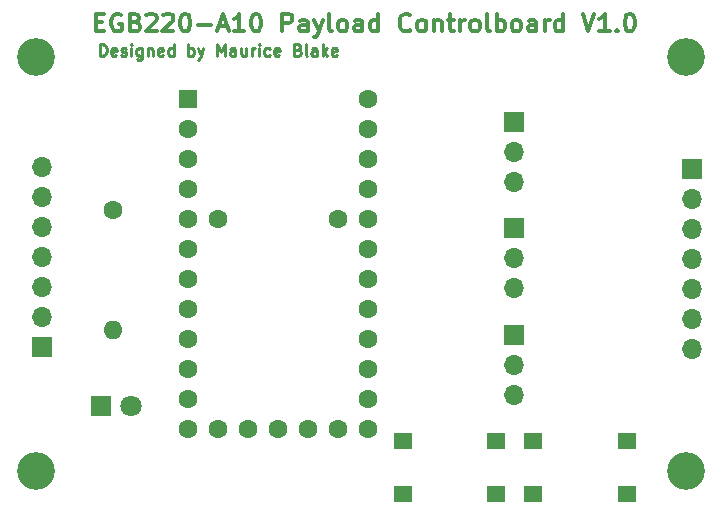
<source format=gbr>
%TF.GenerationSoftware,KiCad,Pcbnew,9.0.1*%
%TF.CreationDate,2025-05-04T20:41:54+10:00*%
%TF.ProjectId,payload_controlboard,7061796c-6f61-4645-9f63-6f6e74726f6c,rev?*%
%TF.SameCoordinates,Original*%
%TF.FileFunction,Soldermask,Top*%
%TF.FilePolarity,Negative*%
%FSLAX46Y46*%
G04 Gerber Fmt 4.6, Leading zero omitted, Abs format (unit mm)*
G04 Created by KiCad (PCBNEW 9.0.1) date 2025-05-04 20:41:54*
%MOMM*%
%LPD*%
G01*
G04 APERTURE LIST*
%ADD10C,0.250000*%
%ADD11C,0.300000*%
%ADD12R,1.700000X1.700000*%
%ADD13O,1.700000X1.700000*%
%ADD14C,3.200000*%
%ADD15C,1.600000*%
%ADD16O,1.600000X1.600000*%
%ADD17R,1.549908X1.400048*%
%ADD18R,1.800000X1.800000*%
%ADD19C,1.800000*%
%ADD20R,1.600000X1.600000*%
G04 APERTURE END LIST*
D10*
X112402568Y-77864619D02*
X112402568Y-76864619D01*
X112402568Y-76864619D02*
X112640663Y-76864619D01*
X112640663Y-76864619D02*
X112783520Y-76912238D01*
X112783520Y-76912238D02*
X112878758Y-77007476D01*
X112878758Y-77007476D02*
X112926377Y-77102714D01*
X112926377Y-77102714D02*
X112973996Y-77293190D01*
X112973996Y-77293190D02*
X112973996Y-77436047D01*
X112973996Y-77436047D02*
X112926377Y-77626523D01*
X112926377Y-77626523D02*
X112878758Y-77721761D01*
X112878758Y-77721761D02*
X112783520Y-77817000D01*
X112783520Y-77817000D02*
X112640663Y-77864619D01*
X112640663Y-77864619D02*
X112402568Y-77864619D01*
X113783520Y-77817000D02*
X113688282Y-77864619D01*
X113688282Y-77864619D02*
X113497806Y-77864619D01*
X113497806Y-77864619D02*
X113402568Y-77817000D01*
X113402568Y-77817000D02*
X113354949Y-77721761D01*
X113354949Y-77721761D02*
X113354949Y-77340809D01*
X113354949Y-77340809D02*
X113402568Y-77245571D01*
X113402568Y-77245571D02*
X113497806Y-77197952D01*
X113497806Y-77197952D02*
X113688282Y-77197952D01*
X113688282Y-77197952D02*
X113783520Y-77245571D01*
X113783520Y-77245571D02*
X113831139Y-77340809D01*
X113831139Y-77340809D02*
X113831139Y-77436047D01*
X113831139Y-77436047D02*
X113354949Y-77531285D01*
X114212092Y-77817000D02*
X114307330Y-77864619D01*
X114307330Y-77864619D02*
X114497806Y-77864619D01*
X114497806Y-77864619D02*
X114593044Y-77817000D01*
X114593044Y-77817000D02*
X114640663Y-77721761D01*
X114640663Y-77721761D02*
X114640663Y-77674142D01*
X114640663Y-77674142D02*
X114593044Y-77578904D01*
X114593044Y-77578904D02*
X114497806Y-77531285D01*
X114497806Y-77531285D02*
X114354949Y-77531285D01*
X114354949Y-77531285D02*
X114259711Y-77483666D01*
X114259711Y-77483666D02*
X114212092Y-77388428D01*
X114212092Y-77388428D02*
X114212092Y-77340809D01*
X114212092Y-77340809D02*
X114259711Y-77245571D01*
X114259711Y-77245571D02*
X114354949Y-77197952D01*
X114354949Y-77197952D02*
X114497806Y-77197952D01*
X114497806Y-77197952D02*
X114593044Y-77245571D01*
X115069235Y-77864619D02*
X115069235Y-77197952D01*
X115069235Y-76864619D02*
X115021616Y-76912238D01*
X115021616Y-76912238D02*
X115069235Y-76959857D01*
X115069235Y-76959857D02*
X115116854Y-76912238D01*
X115116854Y-76912238D02*
X115069235Y-76864619D01*
X115069235Y-76864619D02*
X115069235Y-76959857D01*
X115973996Y-77197952D02*
X115973996Y-78007476D01*
X115973996Y-78007476D02*
X115926377Y-78102714D01*
X115926377Y-78102714D02*
X115878758Y-78150333D01*
X115878758Y-78150333D02*
X115783520Y-78197952D01*
X115783520Y-78197952D02*
X115640663Y-78197952D01*
X115640663Y-78197952D02*
X115545425Y-78150333D01*
X115973996Y-77817000D02*
X115878758Y-77864619D01*
X115878758Y-77864619D02*
X115688282Y-77864619D01*
X115688282Y-77864619D02*
X115593044Y-77817000D01*
X115593044Y-77817000D02*
X115545425Y-77769380D01*
X115545425Y-77769380D02*
X115497806Y-77674142D01*
X115497806Y-77674142D02*
X115497806Y-77388428D01*
X115497806Y-77388428D02*
X115545425Y-77293190D01*
X115545425Y-77293190D02*
X115593044Y-77245571D01*
X115593044Y-77245571D02*
X115688282Y-77197952D01*
X115688282Y-77197952D02*
X115878758Y-77197952D01*
X115878758Y-77197952D02*
X115973996Y-77245571D01*
X116450187Y-77197952D02*
X116450187Y-77864619D01*
X116450187Y-77293190D02*
X116497806Y-77245571D01*
X116497806Y-77245571D02*
X116593044Y-77197952D01*
X116593044Y-77197952D02*
X116735901Y-77197952D01*
X116735901Y-77197952D02*
X116831139Y-77245571D01*
X116831139Y-77245571D02*
X116878758Y-77340809D01*
X116878758Y-77340809D02*
X116878758Y-77864619D01*
X117735901Y-77817000D02*
X117640663Y-77864619D01*
X117640663Y-77864619D02*
X117450187Y-77864619D01*
X117450187Y-77864619D02*
X117354949Y-77817000D01*
X117354949Y-77817000D02*
X117307330Y-77721761D01*
X117307330Y-77721761D02*
X117307330Y-77340809D01*
X117307330Y-77340809D02*
X117354949Y-77245571D01*
X117354949Y-77245571D02*
X117450187Y-77197952D01*
X117450187Y-77197952D02*
X117640663Y-77197952D01*
X117640663Y-77197952D02*
X117735901Y-77245571D01*
X117735901Y-77245571D02*
X117783520Y-77340809D01*
X117783520Y-77340809D02*
X117783520Y-77436047D01*
X117783520Y-77436047D02*
X117307330Y-77531285D01*
X118640663Y-77864619D02*
X118640663Y-76864619D01*
X118640663Y-77817000D02*
X118545425Y-77864619D01*
X118545425Y-77864619D02*
X118354949Y-77864619D01*
X118354949Y-77864619D02*
X118259711Y-77817000D01*
X118259711Y-77817000D02*
X118212092Y-77769380D01*
X118212092Y-77769380D02*
X118164473Y-77674142D01*
X118164473Y-77674142D02*
X118164473Y-77388428D01*
X118164473Y-77388428D02*
X118212092Y-77293190D01*
X118212092Y-77293190D02*
X118259711Y-77245571D01*
X118259711Y-77245571D02*
X118354949Y-77197952D01*
X118354949Y-77197952D02*
X118545425Y-77197952D01*
X118545425Y-77197952D02*
X118640663Y-77245571D01*
X119878759Y-77864619D02*
X119878759Y-76864619D01*
X119878759Y-77245571D02*
X119973997Y-77197952D01*
X119973997Y-77197952D02*
X120164473Y-77197952D01*
X120164473Y-77197952D02*
X120259711Y-77245571D01*
X120259711Y-77245571D02*
X120307330Y-77293190D01*
X120307330Y-77293190D02*
X120354949Y-77388428D01*
X120354949Y-77388428D02*
X120354949Y-77674142D01*
X120354949Y-77674142D02*
X120307330Y-77769380D01*
X120307330Y-77769380D02*
X120259711Y-77817000D01*
X120259711Y-77817000D02*
X120164473Y-77864619D01*
X120164473Y-77864619D02*
X119973997Y-77864619D01*
X119973997Y-77864619D02*
X119878759Y-77817000D01*
X120688283Y-77197952D02*
X120926378Y-77864619D01*
X121164473Y-77197952D02*
X120926378Y-77864619D01*
X120926378Y-77864619D02*
X120831140Y-78102714D01*
X120831140Y-78102714D02*
X120783521Y-78150333D01*
X120783521Y-78150333D02*
X120688283Y-78197952D01*
X122307331Y-77864619D02*
X122307331Y-76864619D01*
X122307331Y-76864619D02*
X122640664Y-77578904D01*
X122640664Y-77578904D02*
X122973997Y-76864619D01*
X122973997Y-76864619D02*
X122973997Y-77864619D01*
X123878759Y-77864619D02*
X123878759Y-77340809D01*
X123878759Y-77340809D02*
X123831140Y-77245571D01*
X123831140Y-77245571D02*
X123735902Y-77197952D01*
X123735902Y-77197952D02*
X123545426Y-77197952D01*
X123545426Y-77197952D02*
X123450188Y-77245571D01*
X123878759Y-77817000D02*
X123783521Y-77864619D01*
X123783521Y-77864619D02*
X123545426Y-77864619D01*
X123545426Y-77864619D02*
X123450188Y-77817000D01*
X123450188Y-77817000D02*
X123402569Y-77721761D01*
X123402569Y-77721761D02*
X123402569Y-77626523D01*
X123402569Y-77626523D02*
X123450188Y-77531285D01*
X123450188Y-77531285D02*
X123545426Y-77483666D01*
X123545426Y-77483666D02*
X123783521Y-77483666D01*
X123783521Y-77483666D02*
X123878759Y-77436047D01*
X124783521Y-77197952D02*
X124783521Y-77864619D01*
X124354950Y-77197952D02*
X124354950Y-77721761D01*
X124354950Y-77721761D02*
X124402569Y-77817000D01*
X124402569Y-77817000D02*
X124497807Y-77864619D01*
X124497807Y-77864619D02*
X124640664Y-77864619D01*
X124640664Y-77864619D02*
X124735902Y-77817000D01*
X124735902Y-77817000D02*
X124783521Y-77769380D01*
X125259712Y-77864619D02*
X125259712Y-77197952D01*
X125259712Y-77388428D02*
X125307331Y-77293190D01*
X125307331Y-77293190D02*
X125354950Y-77245571D01*
X125354950Y-77245571D02*
X125450188Y-77197952D01*
X125450188Y-77197952D02*
X125545426Y-77197952D01*
X125878760Y-77864619D02*
X125878760Y-77197952D01*
X125878760Y-76864619D02*
X125831141Y-76912238D01*
X125831141Y-76912238D02*
X125878760Y-76959857D01*
X125878760Y-76959857D02*
X125926379Y-76912238D01*
X125926379Y-76912238D02*
X125878760Y-76864619D01*
X125878760Y-76864619D02*
X125878760Y-76959857D01*
X126783521Y-77817000D02*
X126688283Y-77864619D01*
X126688283Y-77864619D02*
X126497807Y-77864619D01*
X126497807Y-77864619D02*
X126402569Y-77817000D01*
X126402569Y-77817000D02*
X126354950Y-77769380D01*
X126354950Y-77769380D02*
X126307331Y-77674142D01*
X126307331Y-77674142D02*
X126307331Y-77388428D01*
X126307331Y-77388428D02*
X126354950Y-77293190D01*
X126354950Y-77293190D02*
X126402569Y-77245571D01*
X126402569Y-77245571D02*
X126497807Y-77197952D01*
X126497807Y-77197952D02*
X126688283Y-77197952D01*
X126688283Y-77197952D02*
X126783521Y-77245571D01*
X127593045Y-77817000D02*
X127497807Y-77864619D01*
X127497807Y-77864619D02*
X127307331Y-77864619D01*
X127307331Y-77864619D02*
X127212093Y-77817000D01*
X127212093Y-77817000D02*
X127164474Y-77721761D01*
X127164474Y-77721761D02*
X127164474Y-77340809D01*
X127164474Y-77340809D02*
X127212093Y-77245571D01*
X127212093Y-77245571D02*
X127307331Y-77197952D01*
X127307331Y-77197952D02*
X127497807Y-77197952D01*
X127497807Y-77197952D02*
X127593045Y-77245571D01*
X127593045Y-77245571D02*
X127640664Y-77340809D01*
X127640664Y-77340809D02*
X127640664Y-77436047D01*
X127640664Y-77436047D02*
X127164474Y-77531285D01*
X129164474Y-77340809D02*
X129307331Y-77388428D01*
X129307331Y-77388428D02*
X129354950Y-77436047D01*
X129354950Y-77436047D02*
X129402569Y-77531285D01*
X129402569Y-77531285D02*
X129402569Y-77674142D01*
X129402569Y-77674142D02*
X129354950Y-77769380D01*
X129354950Y-77769380D02*
X129307331Y-77817000D01*
X129307331Y-77817000D02*
X129212093Y-77864619D01*
X129212093Y-77864619D02*
X128831141Y-77864619D01*
X128831141Y-77864619D02*
X128831141Y-76864619D01*
X128831141Y-76864619D02*
X129164474Y-76864619D01*
X129164474Y-76864619D02*
X129259712Y-76912238D01*
X129259712Y-76912238D02*
X129307331Y-76959857D01*
X129307331Y-76959857D02*
X129354950Y-77055095D01*
X129354950Y-77055095D02*
X129354950Y-77150333D01*
X129354950Y-77150333D02*
X129307331Y-77245571D01*
X129307331Y-77245571D02*
X129259712Y-77293190D01*
X129259712Y-77293190D02*
X129164474Y-77340809D01*
X129164474Y-77340809D02*
X128831141Y-77340809D01*
X129973998Y-77864619D02*
X129878760Y-77817000D01*
X129878760Y-77817000D02*
X129831141Y-77721761D01*
X129831141Y-77721761D02*
X129831141Y-76864619D01*
X130783522Y-77864619D02*
X130783522Y-77340809D01*
X130783522Y-77340809D02*
X130735903Y-77245571D01*
X130735903Y-77245571D02*
X130640665Y-77197952D01*
X130640665Y-77197952D02*
X130450189Y-77197952D01*
X130450189Y-77197952D02*
X130354951Y-77245571D01*
X130783522Y-77817000D02*
X130688284Y-77864619D01*
X130688284Y-77864619D02*
X130450189Y-77864619D01*
X130450189Y-77864619D02*
X130354951Y-77817000D01*
X130354951Y-77817000D02*
X130307332Y-77721761D01*
X130307332Y-77721761D02*
X130307332Y-77626523D01*
X130307332Y-77626523D02*
X130354951Y-77531285D01*
X130354951Y-77531285D02*
X130450189Y-77483666D01*
X130450189Y-77483666D02*
X130688284Y-77483666D01*
X130688284Y-77483666D02*
X130783522Y-77436047D01*
X131259713Y-77864619D02*
X131259713Y-76864619D01*
X131354951Y-77483666D02*
X131640665Y-77864619D01*
X131640665Y-77197952D02*
X131259713Y-77578904D01*
X132450189Y-77817000D02*
X132354951Y-77864619D01*
X132354951Y-77864619D02*
X132164475Y-77864619D01*
X132164475Y-77864619D02*
X132069237Y-77817000D01*
X132069237Y-77817000D02*
X132021618Y-77721761D01*
X132021618Y-77721761D02*
X132021618Y-77340809D01*
X132021618Y-77340809D02*
X132069237Y-77245571D01*
X132069237Y-77245571D02*
X132164475Y-77197952D01*
X132164475Y-77197952D02*
X132354951Y-77197952D01*
X132354951Y-77197952D02*
X132450189Y-77245571D01*
X132450189Y-77245571D02*
X132497808Y-77340809D01*
X132497808Y-77340809D02*
X132497808Y-77436047D01*
X132497808Y-77436047D02*
X132021618Y-77531285D01*
D11*
X112054510Y-75015114D02*
X112554510Y-75015114D01*
X112768796Y-75800828D02*
X112054510Y-75800828D01*
X112054510Y-75800828D02*
X112054510Y-74300828D01*
X112054510Y-74300828D02*
X112768796Y-74300828D01*
X114197368Y-74372257D02*
X114054511Y-74300828D01*
X114054511Y-74300828D02*
X113840225Y-74300828D01*
X113840225Y-74300828D02*
X113625939Y-74372257D01*
X113625939Y-74372257D02*
X113483082Y-74515114D01*
X113483082Y-74515114D02*
X113411653Y-74657971D01*
X113411653Y-74657971D02*
X113340225Y-74943685D01*
X113340225Y-74943685D02*
X113340225Y-75157971D01*
X113340225Y-75157971D02*
X113411653Y-75443685D01*
X113411653Y-75443685D02*
X113483082Y-75586542D01*
X113483082Y-75586542D02*
X113625939Y-75729400D01*
X113625939Y-75729400D02*
X113840225Y-75800828D01*
X113840225Y-75800828D02*
X113983082Y-75800828D01*
X113983082Y-75800828D02*
X114197368Y-75729400D01*
X114197368Y-75729400D02*
X114268796Y-75657971D01*
X114268796Y-75657971D02*
X114268796Y-75157971D01*
X114268796Y-75157971D02*
X113983082Y-75157971D01*
X115411653Y-75015114D02*
X115625939Y-75086542D01*
X115625939Y-75086542D02*
X115697368Y-75157971D01*
X115697368Y-75157971D02*
X115768796Y-75300828D01*
X115768796Y-75300828D02*
X115768796Y-75515114D01*
X115768796Y-75515114D02*
X115697368Y-75657971D01*
X115697368Y-75657971D02*
X115625939Y-75729400D01*
X115625939Y-75729400D02*
X115483082Y-75800828D01*
X115483082Y-75800828D02*
X114911653Y-75800828D01*
X114911653Y-75800828D02*
X114911653Y-74300828D01*
X114911653Y-74300828D02*
X115411653Y-74300828D01*
X115411653Y-74300828D02*
X115554511Y-74372257D01*
X115554511Y-74372257D02*
X115625939Y-74443685D01*
X115625939Y-74443685D02*
X115697368Y-74586542D01*
X115697368Y-74586542D02*
X115697368Y-74729400D01*
X115697368Y-74729400D02*
X115625939Y-74872257D01*
X115625939Y-74872257D02*
X115554511Y-74943685D01*
X115554511Y-74943685D02*
X115411653Y-75015114D01*
X115411653Y-75015114D02*
X114911653Y-75015114D01*
X116340225Y-74443685D02*
X116411653Y-74372257D01*
X116411653Y-74372257D02*
X116554511Y-74300828D01*
X116554511Y-74300828D02*
X116911653Y-74300828D01*
X116911653Y-74300828D02*
X117054511Y-74372257D01*
X117054511Y-74372257D02*
X117125939Y-74443685D01*
X117125939Y-74443685D02*
X117197368Y-74586542D01*
X117197368Y-74586542D02*
X117197368Y-74729400D01*
X117197368Y-74729400D02*
X117125939Y-74943685D01*
X117125939Y-74943685D02*
X116268796Y-75800828D01*
X116268796Y-75800828D02*
X117197368Y-75800828D01*
X117768796Y-74443685D02*
X117840224Y-74372257D01*
X117840224Y-74372257D02*
X117983082Y-74300828D01*
X117983082Y-74300828D02*
X118340224Y-74300828D01*
X118340224Y-74300828D02*
X118483082Y-74372257D01*
X118483082Y-74372257D02*
X118554510Y-74443685D01*
X118554510Y-74443685D02*
X118625939Y-74586542D01*
X118625939Y-74586542D02*
X118625939Y-74729400D01*
X118625939Y-74729400D02*
X118554510Y-74943685D01*
X118554510Y-74943685D02*
X117697367Y-75800828D01*
X117697367Y-75800828D02*
X118625939Y-75800828D01*
X119554510Y-74300828D02*
X119697367Y-74300828D01*
X119697367Y-74300828D02*
X119840224Y-74372257D01*
X119840224Y-74372257D02*
X119911653Y-74443685D01*
X119911653Y-74443685D02*
X119983081Y-74586542D01*
X119983081Y-74586542D02*
X120054510Y-74872257D01*
X120054510Y-74872257D02*
X120054510Y-75229400D01*
X120054510Y-75229400D02*
X119983081Y-75515114D01*
X119983081Y-75515114D02*
X119911653Y-75657971D01*
X119911653Y-75657971D02*
X119840224Y-75729400D01*
X119840224Y-75729400D02*
X119697367Y-75800828D01*
X119697367Y-75800828D02*
X119554510Y-75800828D01*
X119554510Y-75800828D02*
X119411653Y-75729400D01*
X119411653Y-75729400D02*
X119340224Y-75657971D01*
X119340224Y-75657971D02*
X119268795Y-75515114D01*
X119268795Y-75515114D02*
X119197367Y-75229400D01*
X119197367Y-75229400D02*
X119197367Y-74872257D01*
X119197367Y-74872257D02*
X119268795Y-74586542D01*
X119268795Y-74586542D02*
X119340224Y-74443685D01*
X119340224Y-74443685D02*
X119411653Y-74372257D01*
X119411653Y-74372257D02*
X119554510Y-74300828D01*
X120697366Y-75229400D02*
X121840224Y-75229400D01*
X122483081Y-75372257D02*
X123197367Y-75372257D01*
X122340224Y-75800828D02*
X122840224Y-74300828D01*
X122840224Y-74300828D02*
X123340224Y-75800828D01*
X124625938Y-75800828D02*
X123768795Y-75800828D01*
X124197366Y-75800828D02*
X124197366Y-74300828D01*
X124197366Y-74300828D02*
X124054509Y-74515114D01*
X124054509Y-74515114D02*
X123911652Y-74657971D01*
X123911652Y-74657971D02*
X123768795Y-74729400D01*
X125554509Y-74300828D02*
X125697366Y-74300828D01*
X125697366Y-74300828D02*
X125840223Y-74372257D01*
X125840223Y-74372257D02*
X125911652Y-74443685D01*
X125911652Y-74443685D02*
X125983080Y-74586542D01*
X125983080Y-74586542D02*
X126054509Y-74872257D01*
X126054509Y-74872257D02*
X126054509Y-75229400D01*
X126054509Y-75229400D02*
X125983080Y-75515114D01*
X125983080Y-75515114D02*
X125911652Y-75657971D01*
X125911652Y-75657971D02*
X125840223Y-75729400D01*
X125840223Y-75729400D02*
X125697366Y-75800828D01*
X125697366Y-75800828D02*
X125554509Y-75800828D01*
X125554509Y-75800828D02*
X125411652Y-75729400D01*
X125411652Y-75729400D02*
X125340223Y-75657971D01*
X125340223Y-75657971D02*
X125268794Y-75515114D01*
X125268794Y-75515114D02*
X125197366Y-75229400D01*
X125197366Y-75229400D02*
X125197366Y-74872257D01*
X125197366Y-74872257D02*
X125268794Y-74586542D01*
X125268794Y-74586542D02*
X125340223Y-74443685D01*
X125340223Y-74443685D02*
X125411652Y-74372257D01*
X125411652Y-74372257D02*
X125554509Y-74300828D01*
X127840222Y-75800828D02*
X127840222Y-74300828D01*
X127840222Y-74300828D02*
X128411651Y-74300828D01*
X128411651Y-74300828D02*
X128554508Y-74372257D01*
X128554508Y-74372257D02*
X128625937Y-74443685D01*
X128625937Y-74443685D02*
X128697365Y-74586542D01*
X128697365Y-74586542D02*
X128697365Y-74800828D01*
X128697365Y-74800828D02*
X128625937Y-74943685D01*
X128625937Y-74943685D02*
X128554508Y-75015114D01*
X128554508Y-75015114D02*
X128411651Y-75086542D01*
X128411651Y-75086542D02*
X127840222Y-75086542D01*
X129983080Y-75800828D02*
X129983080Y-75015114D01*
X129983080Y-75015114D02*
X129911651Y-74872257D01*
X129911651Y-74872257D02*
X129768794Y-74800828D01*
X129768794Y-74800828D02*
X129483080Y-74800828D01*
X129483080Y-74800828D02*
X129340222Y-74872257D01*
X129983080Y-75729400D02*
X129840222Y-75800828D01*
X129840222Y-75800828D02*
X129483080Y-75800828D01*
X129483080Y-75800828D02*
X129340222Y-75729400D01*
X129340222Y-75729400D02*
X129268794Y-75586542D01*
X129268794Y-75586542D02*
X129268794Y-75443685D01*
X129268794Y-75443685D02*
X129340222Y-75300828D01*
X129340222Y-75300828D02*
X129483080Y-75229400D01*
X129483080Y-75229400D02*
X129840222Y-75229400D01*
X129840222Y-75229400D02*
X129983080Y-75157971D01*
X130554508Y-74800828D02*
X130911651Y-75800828D01*
X131268794Y-74800828D02*
X130911651Y-75800828D01*
X130911651Y-75800828D02*
X130768794Y-76157971D01*
X130768794Y-76157971D02*
X130697365Y-76229400D01*
X130697365Y-76229400D02*
X130554508Y-76300828D01*
X132054508Y-75800828D02*
X131911651Y-75729400D01*
X131911651Y-75729400D02*
X131840222Y-75586542D01*
X131840222Y-75586542D02*
X131840222Y-74300828D01*
X132840222Y-75800828D02*
X132697365Y-75729400D01*
X132697365Y-75729400D02*
X132625936Y-75657971D01*
X132625936Y-75657971D02*
X132554508Y-75515114D01*
X132554508Y-75515114D02*
X132554508Y-75086542D01*
X132554508Y-75086542D02*
X132625936Y-74943685D01*
X132625936Y-74943685D02*
X132697365Y-74872257D01*
X132697365Y-74872257D02*
X132840222Y-74800828D01*
X132840222Y-74800828D02*
X133054508Y-74800828D01*
X133054508Y-74800828D02*
X133197365Y-74872257D01*
X133197365Y-74872257D02*
X133268794Y-74943685D01*
X133268794Y-74943685D02*
X133340222Y-75086542D01*
X133340222Y-75086542D02*
X133340222Y-75515114D01*
X133340222Y-75515114D02*
X133268794Y-75657971D01*
X133268794Y-75657971D02*
X133197365Y-75729400D01*
X133197365Y-75729400D02*
X133054508Y-75800828D01*
X133054508Y-75800828D02*
X132840222Y-75800828D01*
X134625937Y-75800828D02*
X134625937Y-75015114D01*
X134625937Y-75015114D02*
X134554508Y-74872257D01*
X134554508Y-74872257D02*
X134411651Y-74800828D01*
X134411651Y-74800828D02*
X134125937Y-74800828D01*
X134125937Y-74800828D02*
X133983079Y-74872257D01*
X134625937Y-75729400D02*
X134483079Y-75800828D01*
X134483079Y-75800828D02*
X134125937Y-75800828D01*
X134125937Y-75800828D02*
X133983079Y-75729400D01*
X133983079Y-75729400D02*
X133911651Y-75586542D01*
X133911651Y-75586542D02*
X133911651Y-75443685D01*
X133911651Y-75443685D02*
X133983079Y-75300828D01*
X133983079Y-75300828D02*
X134125937Y-75229400D01*
X134125937Y-75229400D02*
X134483079Y-75229400D01*
X134483079Y-75229400D02*
X134625937Y-75157971D01*
X135983080Y-75800828D02*
X135983080Y-74300828D01*
X135983080Y-75729400D02*
X135840222Y-75800828D01*
X135840222Y-75800828D02*
X135554508Y-75800828D01*
X135554508Y-75800828D02*
X135411651Y-75729400D01*
X135411651Y-75729400D02*
X135340222Y-75657971D01*
X135340222Y-75657971D02*
X135268794Y-75515114D01*
X135268794Y-75515114D02*
X135268794Y-75086542D01*
X135268794Y-75086542D02*
X135340222Y-74943685D01*
X135340222Y-74943685D02*
X135411651Y-74872257D01*
X135411651Y-74872257D02*
X135554508Y-74800828D01*
X135554508Y-74800828D02*
X135840222Y-74800828D01*
X135840222Y-74800828D02*
X135983080Y-74872257D01*
X138697365Y-75657971D02*
X138625937Y-75729400D01*
X138625937Y-75729400D02*
X138411651Y-75800828D01*
X138411651Y-75800828D02*
X138268794Y-75800828D01*
X138268794Y-75800828D02*
X138054508Y-75729400D01*
X138054508Y-75729400D02*
X137911651Y-75586542D01*
X137911651Y-75586542D02*
X137840222Y-75443685D01*
X137840222Y-75443685D02*
X137768794Y-75157971D01*
X137768794Y-75157971D02*
X137768794Y-74943685D01*
X137768794Y-74943685D02*
X137840222Y-74657971D01*
X137840222Y-74657971D02*
X137911651Y-74515114D01*
X137911651Y-74515114D02*
X138054508Y-74372257D01*
X138054508Y-74372257D02*
X138268794Y-74300828D01*
X138268794Y-74300828D02*
X138411651Y-74300828D01*
X138411651Y-74300828D02*
X138625937Y-74372257D01*
X138625937Y-74372257D02*
X138697365Y-74443685D01*
X139554508Y-75800828D02*
X139411651Y-75729400D01*
X139411651Y-75729400D02*
X139340222Y-75657971D01*
X139340222Y-75657971D02*
X139268794Y-75515114D01*
X139268794Y-75515114D02*
X139268794Y-75086542D01*
X139268794Y-75086542D02*
X139340222Y-74943685D01*
X139340222Y-74943685D02*
X139411651Y-74872257D01*
X139411651Y-74872257D02*
X139554508Y-74800828D01*
X139554508Y-74800828D02*
X139768794Y-74800828D01*
X139768794Y-74800828D02*
X139911651Y-74872257D01*
X139911651Y-74872257D02*
X139983080Y-74943685D01*
X139983080Y-74943685D02*
X140054508Y-75086542D01*
X140054508Y-75086542D02*
X140054508Y-75515114D01*
X140054508Y-75515114D02*
X139983080Y-75657971D01*
X139983080Y-75657971D02*
X139911651Y-75729400D01*
X139911651Y-75729400D02*
X139768794Y-75800828D01*
X139768794Y-75800828D02*
X139554508Y-75800828D01*
X140697365Y-74800828D02*
X140697365Y-75800828D01*
X140697365Y-74943685D02*
X140768794Y-74872257D01*
X140768794Y-74872257D02*
X140911651Y-74800828D01*
X140911651Y-74800828D02*
X141125937Y-74800828D01*
X141125937Y-74800828D02*
X141268794Y-74872257D01*
X141268794Y-74872257D02*
X141340223Y-75015114D01*
X141340223Y-75015114D02*
X141340223Y-75800828D01*
X141840223Y-74800828D02*
X142411651Y-74800828D01*
X142054508Y-74300828D02*
X142054508Y-75586542D01*
X142054508Y-75586542D02*
X142125937Y-75729400D01*
X142125937Y-75729400D02*
X142268794Y-75800828D01*
X142268794Y-75800828D02*
X142411651Y-75800828D01*
X142911651Y-75800828D02*
X142911651Y-74800828D01*
X142911651Y-75086542D02*
X142983080Y-74943685D01*
X142983080Y-74943685D02*
X143054509Y-74872257D01*
X143054509Y-74872257D02*
X143197366Y-74800828D01*
X143197366Y-74800828D02*
X143340223Y-74800828D01*
X144054508Y-75800828D02*
X143911651Y-75729400D01*
X143911651Y-75729400D02*
X143840222Y-75657971D01*
X143840222Y-75657971D02*
X143768794Y-75515114D01*
X143768794Y-75515114D02*
X143768794Y-75086542D01*
X143768794Y-75086542D02*
X143840222Y-74943685D01*
X143840222Y-74943685D02*
X143911651Y-74872257D01*
X143911651Y-74872257D02*
X144054508Y-74800828D01*
X144054508Y-74800828D02*
X144268794Y-74800828D01*
X144268794Y-74800828D02*
X144411651Y-74872257D01*
X144411651Y-74872257D02*
X144483080Y-74943685D01*
X144483080Y-74943685D02*
X144554508Y-75086542D01*
X144554508Y-75086542D02*
X144554508Y-75515114D01*
X144554508Y-75515114D02*
X144483080Y-75657971D01*
X144483080Y-75657971D02*
X144411651Y-75729400D01*
X144411651Y-75729400D02*
X144268794Y-75800828D01*
X144268794Y-75800828D02*
X144054508Y-75800828D01*
X145411651Y-75800828D02*
X145268794Y-75729400D01*
X145268794Y-75729400D02*
X145197365Y-75586542D01*
X145197365Y-75586542D02*
X145197365Y-74300828D01*
X145983079Y-75800828D02*
X145983079Y-74300828D01*
X145983079Y-74872257D02*
X146125937Y-74800828D01*
X146125937Y-74800828D02*
X146411651Y-74800828D01*
X146411651Y-74800828D02*
X146554508Y-74872257D01*
X146554508Y-74872257D02*
X146625937Y-74943685D01*
X146625937Y-74943685D02*
X146697365Y-75086542D01*
X146697365Y-75086542D02*
X146697365Y-75515114D01*
X146697365Y-75515114D02*
X146625937Y-75657971D01*
X146625937Y-75657971D02*
X146554508Y-75729400D01*
X146554508Y-75729400D02*
X146411651Y-75800828D01*
X146411651Y-75800828D02*
X146125937Y-75800828D01*
X146125937Y-75800828D02*
X145983079Y-75729400D01*
X147554508Y-75800828D02*
X147411651Y-75729400D01*
X147411651Y-75729400D02*
X147340222Y-75657971D01*
X147340222Y-75657971D02*
X147268794Y-75515114D01*
X147268794Y-75515114D02*
X147268794Y-75086542D01*
X147268794Y-75086542D02*
X147340222Y-74943685D01*
X147340222Y-74943685D02*
X147411651Y-74872257D01*
X147411651Y-74872257D02*
X147554508Y-74800828D01*
X147554508Y-74800828D02*
X147768794Y-74800828D01*
X147768794Y-74800828D02*
X147911651Y-74872257D01*
X147911651Y-74872257D02*
X147983080Y-74943685D01*
X147983080Y-74943685D02*
X148054508Y-75086542D01*
X148054508Y-75086542D02*
X148054508Y-75515114D01*
X148054508Y-75515114D02*
X147983080Y-75657971D01*
X147983080Y-75657971D02*
X147911651Y-75729400D01*
X147911651Y-75729400D02*
X147768794Y-75800828D01*
X147768794Y-75800828D02*
X147554508Y-75800828D01*
X149340223Y-75800828D02*
X149340223Y-75015114D01*
X149340223Y-75015114D02*
X149268794Y-74872257D01*
X149268794Y-74872257D02*
X149125937Y-74800828D01*
X149125937Y-74800828D02*
X148840223Y-74800828D01*
X148840223Y-74800828D02*
X148697365Y-74872257D01*
X149340223Y-75729400D02*
X149197365Y-75800828D01*
X149197365Y-75800828D02*
X148840223Y-75800828D01*
X148840223Y-75800828D02*
X148697365Y-75729400D01*
X148697365Y-75729400D02*
X148625937Y-75586542D01*
X148625937Y-75586542D02*
X148625937Y-75443685D01*
X148625937Y-75443685D02*
X148697365Y-75300828D01*
X148697365Y-75300828D02*
X148840223Y-75229400D01*
X148840223Y-75229400D02*
X149197365Y-75229400D01*
X149197365Y-75229400D02*
X149340223Y-75157971D01*
X150054508Y-75800828D02*
X150054508Y-74800828D01*
X150054508Y-75086542D02*
X150125937Y-74943685D01*
X150125937Y-74943685D02*
X150197366Y-74872257D01*
X150197366Y-74872257D02*
X150340223Y-74800828D01*
X150340223Y-74800828D02*
X150483080Y-74800828D01*
X151625937Y-75800828D02*
X151625937Y-74300828D01*
X151625937Y-75729400D02*
X151483079Y-75800828D01*
X151483079Y-75800828D02*
X151197365Y-75800828D01*
X151197365Y-75800828D02*
X151054508Y-75729400D01*
X151054508Y-75729400D02*
X150983079Y-75657971D01*
X150983079Y-75657971D02*
X150911651Y-75515114D01*
X150911651Y-75515114D02*
X150911651Y-75086542D01*
X150911651Y-75086542D02*
X150983079Y-74943685D01*
X150983079Y-74943685D02*
X151054508Y-74872257D01*
X151054508Y-74872257D02*
X151197365Y-74800828D01*
X151197365Y-74800828D02*
X151483079Y-74800828D01*
X151483079Y-74800828D02*
X151625937Y-74872257D01*
X153268794Y-74300828D02*
X153768794Y-75800828D01*
X153768794Y-75800828D02*
X154268794Y-74300828D01*
X155554508Y-75800828D02*
X154697365Y-75800828D01*
X155125936Y-75800828D02*
X155125936Y-74300828D01*
X155125936Y-74300828D02*
X154983079Y-74515114D01*
X154983079Y-74515114D02*
X154840222Y-74657971D01*
X154840222Y-74657971D02*
X154697365Y-74729400D01*
X156197364Y-75657971D02*
X156268793Y-75729400D01*
X156268793Y-75729400D02*
X156197364Y-75800828D01*
X156197364Y-75800828D02*
X156125936Y-75729400D01*
X156125936Y-75729400D02*
X156197364Y-75657971D01*
X156197364Y-75657971D02*
X156197364Y-75800828D01*
X157197365Y-74300828D02*
X157340222Y-74300828D01*
X157340222Y-74300828D02*
X157483079Y-74372257D01*
X157483079Y-74372257D02*
X157554508Y-74443685D01*
X157554508Y-74443685D02*
X157625936Y-74586542D01*
X157625936Y-74586542D02*
X157697365Y-74872257D01*
X157697365Y-74872257D02*
X157697365Y-75229400D01*
X157697365Y-75229400D02*
X157625936Y-75515114D01*
X157625936Y-75515114D02*
X157554508Y-75657971D01*
X157554508Y-75657971D02*
X157483079Y-75729400D01*
X157483079Y-75729400D02*
X157340222Y-75800828D01*
X157340222Y-75800828D02*
X157197365Y-75800828D01*
X157197365Y-75800828D02*
X157054508Y-75729400D01*
X157054508Y-75729400D02*
X156983079Y-75657971D01*
X156983079Y-75657971D02*
X156911650Y-75515114D01*
X156911650Y-75515114D02*
X156840222Y-75229400D01*
X156840222Y-75229400D02*
X156840222Y-74872257D01*
X156840222Y-74872257D02*
X156911650Y-74586542D01*
X156911650Y-74586542D02*
X156983079Y-74443685D01*
X156983079Y-74443685D02*
X157054508Y-74372257D01*
X157054508Y-74372257D02*
X157197365Y-74300828D01*
D12*
%TO.C,J5*%
X107500000Y-102540000D03*
D13*
X107500000Y-100000000D03*
X107500000Y-97460000D03*
X107500000Y-94920000D03*
X107500000Y-92380000D03*
X107500000Y-89840000D03*
X107500000Y-87300000D03*
%TD*%
D14*
%TO.C,H2*%
X162000000Y-78000000D03*
%TD*%
%TO.C,H1*%
X107000000Y-78000000D03*
%TD*%
D15*
%TO.C,R1*%
X113500000Y-90920000D03*
D16*
X113500000Y-101080000D03*
%TD*%
D12*
%TO.C,J2*%
X147500000Y-92475000D03*
D13*
X147500000Y-95015000D03*
X147500000Y-97555000D03*
%TD*%
D17*
%TO.C,SW1*%
X145974998Y-115000000D03*
X145974998Y-110499998D03*
X138025002Y-115000000D03*
X138025002Y-110499998D03*
%TD*%
D12*
%TO.C,J1*%
X147500000Y-101475000D03*
D13*
X147500000Y-104015000D03*
X147500000Y-106555000D03*
%TD*%
D18*
%TO.C,D1*%
X112460000Y-107500000D03*
D19*
X115000000Y-107500000D03*
%TD*%
D17*
%TO.C,SW2*%
X157000000Y-115000002D03*
X157000000Y-110500000D03*
X149050004Y-115000002D03*
X149050004Y-110500000D03*
%TD*%
D14*
%TO.C,H3*%
X107000000Y-113000000D03*
%TD*%
%TO.C,H4*%
X162000000Y-113000000D03*
%TD*%
D12*
%TO.C,J3*%
X162500000Y-87420000D03*
D13*
X162500000Y-89960000D03*
X162500000Y-92500000D03*
X162500000Y-95040000D03*
X162500000Y-97580000D03*
X162500000Y-100120000D03*
X162500000Y-102660000D03*
%TD*%
D20*
%TO.C,U2*%
X119880000Y-81530000D03*
D15*
X119880000Y-84070000D03*
X119880000Y-86610000D03*
X119880000Y-89150000D03*
X119880000Y-91690000D03*
X119880000Y-94230000D03*
X119880000Y-96770000D03*
X119880000Y-99310000D03*
X119880000Y-101850000D03*
X119880000Y-104390000D03*
X119880000Y-106930000D03*
X119880000Y-109470000D03*
X122420000Y-109470000D03*
X124960000Y-109470000D03*
X127500000Y-109470000D03*
X130040000Y-109470000D03*
X132580000Y-109470000D03*
X135120000Y-109470000D03*
X135120000Y-106930000D03*
X135120000Y-104390000D03*
X135120000Y-101850000D03*
X135120000Y-99310000D03*
X135120000Y-96770000D03*
X135120000Y-94230000D03*
X135120000Y-91690000D03*
X135120000Y-89150000D03*
X135120000Y-86610000D03*
X135120000Y-84070000D03*
X135120000Y-81530000D03*
X122420000Y-91690000D03*
X132580000Y-91690000D03*
%TD*%
D12*
%TO.C,J4*%
X147500000Y-83475000D03*
D13*
X147500000Y-86015000D03*
X147500000Y-88555000D03*
%TD*%
M02*

</source>
